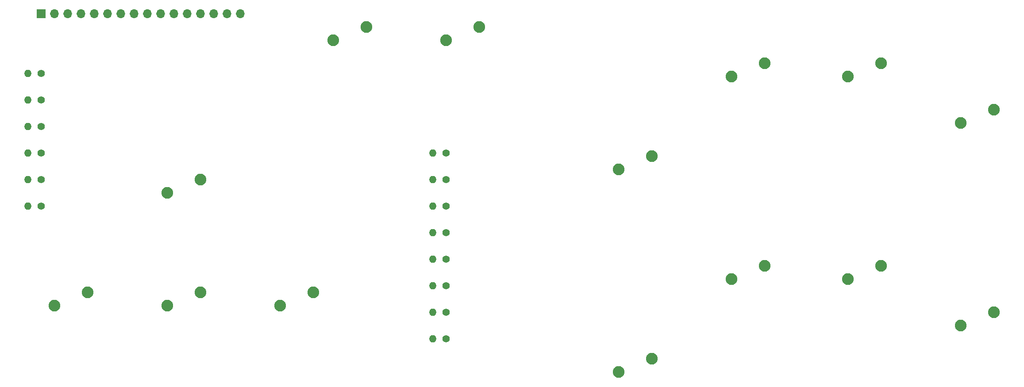
<source format=gbr>
%TF.GenerationSoftware,KiCad,Pcbnew,(5.1.10)-1*%
%TF.CreationDate,2021-09-21T20:51:07-05:00*%
%TF.ProjectId,FightKey_DirectionModule,46696768-744b-4657-995f-446972656374,rev?*%
%TF.SameCoordinates,Original*%
%TF.FileFunction,Soldermask,Top*%
%TF.FilePolarity,Negative*%
%FSLAX46Y46*%
G04 Gerber Fmt 4.6, Leading zero omitted, Abs format (unit mm)*
G04 Created by KiCad (PCBNEW (5.1.10)-1) date 2021-09-21 20:51:07*
%MOMM*%
%LPD*%
G01*
G04 APERTURE LIST*
%ADD10O,1.700000X1.700000*%
%ADD11R,1.700000X1.700000*%
%ADD12C,2.248000*%
%ADD13O,1.400000X1.400000*%
%ADD14C,1.400000*%
G04 APERTURE END LIST*
D10*
%TO.C,J1*%
X66040000Y-29210000D03*
X63500000Y-29210000D03*
X60960000Y-29210000D03*
X58420000Y-29210000D03*
X55880000Y-29210000D03*
X53340000Y-29210000D03*
X50800000Y-29210000D03*
X48260000Y-29210000D03*
X45720000Y-29210000D03*
X43180000Y-29210000D03*
X40640000Y-29210000D03*
X38100000Y-29210000D03*
X35560000Y-29210000D03*
X33020000Y-29210000D03*
X30480000Y-29210000D03*
D11*
X27940000Y-29210000D03*
%TD*%
D12*
%TO.C,S456*%
X210185000Y-86360000D03*
X203835000Y-88900000D03*
%TD*%
%TO.C,S123*%
X210185000Y-47625000D03*
X203835000Y-50165000D03*
%TD*%
%TO.C,S6*%
X188595000Y-38735000D03*
X182245000Y-41275000D03*
%TD*%
%TO.C,S5*%
X166370000Y-38735000D03*
X160020000Y-41275000D03*
%TD*%
%TO.C,S4*%
X144780000Y-56515000D03*
X138430000Y-59055000D03*
%TD*%
%TO.C,S3*%
X188595000Y-77470000D03*
X182245000Y-80010000D03*
%TD*%
%TO.C,S2*%
X166370000Y-77470000D03*
X160020000Y-80010000D03*
%TD*%
%TO.C,S1*%
X144780000Y-95250000D03*
X138430000Y-97790000D03*
%TD*%
D13*
%TO.C,R14*%
X102870000Y-76200000D03*
D14*
X105410000Y-76200000D03*
%TD*%
D13*
%TO.C,R13*%
X102870000Y-66040000D03*
D14*
X105410000Y-66040000D03*
%TD*%
D13*
%TO.C,R12*%
X102870000Y-60960000D03*
D14*
X105410000Y-60960000D03*
%TD*%
D13*
%TO.C,R11*%
X102870000Y-71120000D03*
D14*
X105410000Y-71120000D03*
%TD*%
D13*
%TO.C,R10*%
X102870000Y-55880000D03*
D14*
X105410000Y-55880000D03*
%TD*%
D13*
%TO.C,R9*%
X102870000Y-86360000D03*
D14*
X105410000Y-86360000D03*
%TD*%
D13*
%TO.C,R8*%
X102870000Y-81280000D03*
D14*
X105410000Y-81280000D03*
%TD*%
D13*
%TO.C,R7*%
X102870000Y-91440000D03*
D14*
X105410000Y-91440000D03*
%TD*%
D12*
%TO.C,SU1*%
X58420000Y-60960000D03*
X52070000Y-63500000D03*
%TD*%
%TO.C,SS1*%
X90170000Y-31750000D03*
X83820000Y-34290000D03*
%TD*%
%TO.C,SR1*%
X80010000Y-82550000D03*
X73660000Y-85090000D03*
%TD*%
%TO.C,SL1*%
X36830000Y-82550000D03*
X30480000Y-85090000D03*
%TD*%
%TO.C,SE1*%
X111760000Y-31750000D03*
X105410000Y-34290000D03*
%TD*%
%TO.C,SD1*%
X58420000Y-82550000D03*
X52070000Y-85090000D03*
%TD*%
D13*
%TO.C,R6*%
X25400000Y-66040000D03*
D14*
X27940000Y-66040000D03*
%TD*%
D13*
%TO.C,R5*%
X25400000Y-60960000D03*
D14*
X27940000Y-60960000D03*
%TD*%
D13*
%TO.C,R4*%
X25400000Y-55880000D03*
D14*
X27940000Y-55880000D03*
%TD*%
D13*
%TO.C,R3*%
X25400000Y-50800000D03*
D14*
X27940000Y-50800000D03*
%TD*%
D13*
%TO.C,R2*%
X25400000Y-45720000D03*
D14*
X27940000Y-45720000D03*
%TD*%
D13*
%TO.C,R1*%
X25400000Y-40640000D03*
D14*
X27940000Y-40640000D03*
%TD*%
M02*

</source>
